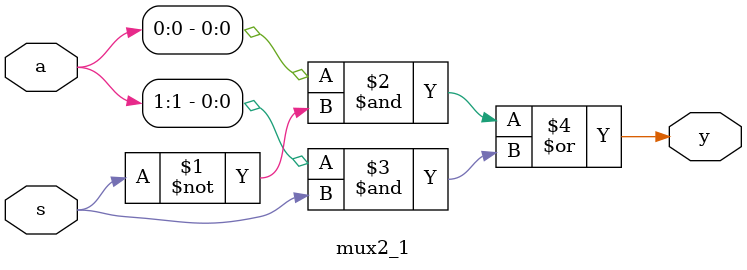
<source format=v>
`timescale 1ns / 1ps
module mux2_1( a,s,y);
input [1:0]a;
input s;
output y;
assign y = ((a[0]&(~s))| (a[1]&s));
endmodule

</source>
